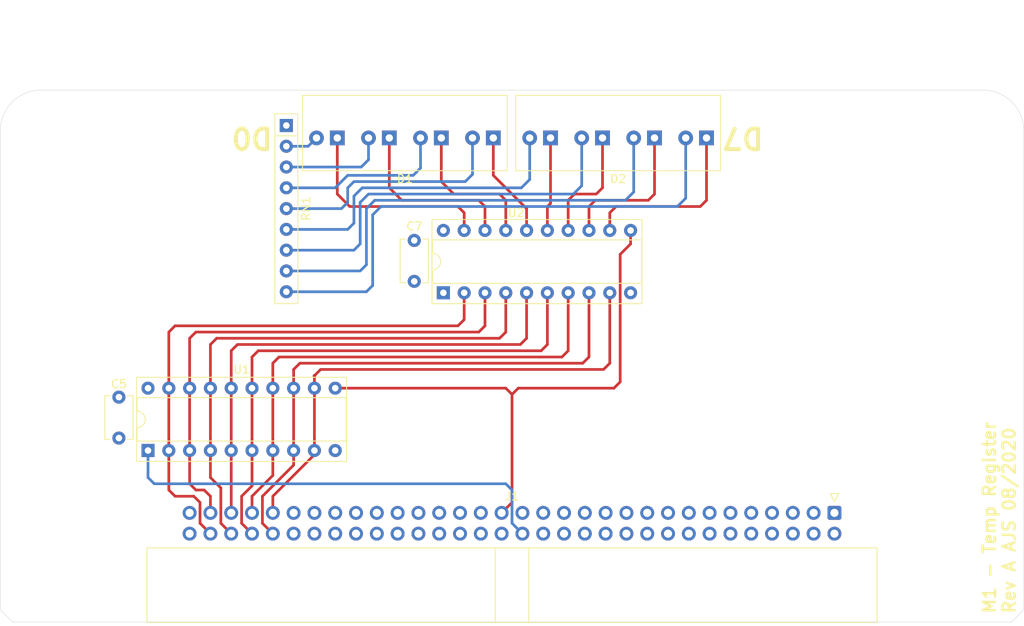
<source format=kicad_pcb>
(kicad_pcb (version 20171130) (host pcbnew 5.1.6-c6e7f7d~87~ubuntu18.04.1)
  (layers (0 F.Cu signal) (1 In1.Cu signal) (2 In2.Cu signal) (31 B.Cu signal) (36 B.SilkS user) (37 F.SilkS user) (38 B.Mask user) (39 F.Mask user) (44 Edge.Cuts user))
  (net 0 "")
  (net 1 +5V)
  (net 2 GND)
  (net 3 "Net-(D1-Pad1)")
  (net 4 "Net-(D1-Pad2)")
  (net 5 "Net-(D2-Pad1)")
  (net 6 "Net-(D2-Pad2)")
  (net 7 /A1)
  (net 8 /A3)
  (net 9 /A5)
  (net 10 /A7)
  (net 11 /A9)
  (net 12 /A11)
  (net 13 /A13)
  (net 14 /A15)
  (net 15 "Net-(J1-Pad35)")
  (net 16 /A2)
  (net 17 /A4)
  (net 18 /A6)
  (net 19 /A8)
  (net 20 /A10)
  (net 21 /A12)
  (net 22 /A14)
  (net 23 "Net-(J1-Pad30)")
  (net 24 "Net-(J1-Pad36)")
  (net 25 /A0)
  (net 26 "Net-(D1-Pad4)")
  (net 27 "Net-(D1-Pad3)")
  (net 28 "Net-(D1-Pad5)")
  (net 29 "Net-(D1-Pad6)")
  (net 30 "Net-(D1-Pad7)")
  (net 31 "Net-(D1-Pad8)")
  (net 32 "Net-(D2-Pad8)")
  (net 33 "Net-(D2-Pad7)")
  (net 34 "Net-(D2-Pad6)")
  (net 35 "Net-(D2-Pad5)")
  (net 36 "Net-(D2-Pad3)")
  (net 37 "Net-(D2-Pad4)")
  (net 38 "Net-(J1-Pad38)")
  (net 39 "Net-(J1-Pad40)")
  (net 40 "Net-(J1-Pad29)")
  (net 41 /nTMPOE)
  (net 42 "Net-(J1-Pad37)")
  (net 43 "Net-(J1-Pad43)")
  (net 44 "Net-(J1-Pad45)")
  (net 45 "Net-(J1-Pad47)")
  (net 46 "Net-(J1-Pad49)")
  (net 47 /D6)
  (net 48 /D4)
  (net 49 /D2)
  (net 50 /D0)
  (net 51 /TMPLD)
  (net 52 "Net-(J1-Pad44)")
  (net 53 "Net-(J1-Pad46)")
  (net 54 "Net-(J1-Pad48)")
  (net 55 "Net-(J1-Pad50)")
  (net 56 /D7)
  (net 57 /D5)
  (net 58 /D3)
  (net 59 /D1)
  (net 60 "Net-(J1-Pad31)")
  (net 61 "Net-(J1-Pad34)")
  (module Capacitor_THT:C_Disc_D5.1mm_W3.2mm_P5.00mm (layer F.Cu) (at 140.589 107.215 90)
    (fp_text reference C7 (at 6.731 0 180) (layer F.SilkS))
    (fp_text value 100n)
    (fp_line (start -0.17 -1.721) (end 5.17 -1.721) (layer F.SilkS) (width 0.12))
    (fp_line (start -0.17 1.721) (end 5.17 1.721) (layer F.SilkS) (width 0.12))
    (fp_line (start -0.17 -1.721) (end -0.17 -1.055) (layer F.SilkS) (width 0.12))
    (fp_line (start -0.17 1.055) (end -0.17 1.721) (layer F.SilkS) (width 0.12))
    (fp_line (start 5.17 -1.721) (end 5.17 -1.055) (layer F.SilkS) (width 0.12))
    (fp_line (start 5.17 1.055) (end 5.17 1.721) (layer F.SilkS) (width 0.12))
    (pad 2 thru_hole circle (at 5 0 90) (size 1.6 1.6) (drill 0.8) (layers *.Cu *.Mask) (net 1 +5V))
    (pad 1 thru_hole circle (at 0 0 90) (size 1.6 1.6) (drill 0.8) (layers *.Cu *.Mask) (net 2 GND))
  )
  (module Connector_IDC:IDC-Header_2x32_P2.54mm_Horizontal (layer F.Cu) (at 191.897 135.509 270)
    (fp_text reference J1 (at -2.032 39.37 180) (layer F.SilkS))
    (fp_text value "Socket Hdr 0.1\"")
    (fp_line (start -2.35 0.5) (end -1.35 0) (layer F.SilkS) (width 0.12))
    (fp_line (start -2.35 -0.5) (end -2.35 0.5) (layer F.SilkS) (width 0.12))
    (fp_line (start -1.35 0) (end -2.35 -0.5) (layer F.SilkS) (width 0.12))
    (fp_line (start 4.27 83.95) (end 4.27 -5.21) (layer F.SilkS) (width 0.12))
    (fp_line (start 13.39 83.95) (end 4.27 83.95) (layer F.SilkS) (width 0.12))
    (fp_line (start 13.39 -5.21) (end 13.39 83.95) (layer F.SilkS) (width 0.12))
    (fp_line (start 4.27 -5.21) (end 13.39 -5.21) (layer F.SilkS) (width 0.12))
    (fp_line (start 4.27 41.42) (end 13.39 41.42) (layer F.SilkS) (width 0.12))
    (fp_line (start 4.27 37.32) (end 13.39 37.32) (layer F.SilkS) (width 0.12))
    (pad 1 thru_hole roundrect (at 0 0 270) (size 1.7 1.7) (drill 1) (layers *.Cu *.Mask) (roundrect_rratio 0.147059) (net 2 GND))
    (pad 3 thru_hole circle (at 0 2.54 270) (size 1.7 1.7) (drill 1) (layers *.Cu *.Mask) (net 25 /A0))
    (pad 5 thru_hole circle (at 0 5.08 270) (size 1.7 1.7) (drill 1) (layers *.Cu *.Mask) (net 16 /A2))
    (pad 7 thru_hole circle (at 0 7.62 270) (size 1.7 1.7) (drill 1) (layers *.Cu *.Mask) (net 17 /A4))
    (pad 9 thru_hole circle (at 0 10.16 270) (size 1.7 1.7) (drill 1) (layers *.Cu *.Mask) (net 18 /A6))
    (pad 11 thru_hole circle (at 0 12.7 270) (size 1.7 1.7) (drill 1) (layers *.Cu *.Mask) (net 2 GND))
    (pad 13 thru_hole circle (at 0 15.24 270) (size 1.7 1.7) (drill 1) (layers *.Cu *.Mask) (net 2 GND))
    (pad 15 thru_hole circle (at 0 17.78 270) (size 1.7 1.7) (drill 1) (layers *.Cu *.Mask) (net 19 /A8))
    (pad 17 thru_hole circle (at 0 20.32 270) (size 1.7 1.7) (drill 1) (layers *.Cu *.Mask) (net 20 /A10))
    (pad 19 thru_hole circle (at 0 22.86 270) (size 1.7 1.7) (drill 1) (layers *.Cu *.Mask) (net 21 /A12))
    (pad 21 thru_hole circle (at 0 25.4 270) (size 1.7 1.7) (drill 1) (layers *.Cu *.Mask) (net 22 /A14))
    (pad 23 thru_hole circle (at 0 27.94 270) (size 1.7 1.7) (drill 1) (layers *.Cu *.Mask) (net 2 GND))
    (pad 25 thru_hole circle (at 0 30.48 270) (size 1.7 1.7) (drill 1) (layers *.Cu *.Mask) (net 1 +5V))
    (pad 27 thru_hole circle (at 0 33.02 270) (size 1.7 1.7) (drill 1) (layers *.Cu *.Mask) (net 2 GND))
    (pad 29 thru_hole circle (at 0 35.56 270) (size 1.7 1.7) (drill 1) (layers *.Cu *.Mask) (net 40 "Net-(J1-Pad29)"))
    (pad 31 thru_hole circle (at 0 38.1 270) (size 1.7 1.7) (drill 1) (layers *.Cu *.Mask) (net 60 "Net-(J1-Pad31)"))
    (pad 33 thru_hole circle (at 0 40.64 270) (size 1.7 1.7) (drill 1) (layers *.Cu *.Mask) (net 51 /TMPLD))
    (pad 35 thru_hole circle (at 0 43.18 270) (size 1.7 1.7) (drill 1) (layers *.Cu *.Mask) (net 15 "Net-(J1-Pad35)"))
    (pad 37 thru_hole circle (at 0 45.72 270) (size 1.7 1.7) (drill 1) (layers *.Cu *.Mask) (net 42 "Net-(J1-Pad37)"))
    (pad 39 thru_hole circle (at 0 48.26 270) (size 1.7 1.7) (drill 1) (layers *.Cu *.Mask) (net 2 GND))
    (pad 41 thru_hole circle (at 0 50.8 270) (size 1.7 1.7) (drill 1) (layers *.Cu *.Mask) (net 2 GND))
    (pad 43 thru_hole circle (at 0 53.34 270) (size 1.7 1.7) (drill 1) (layers *.Cu *.Mask) (net 43 "Net-(J1-Pad43)"))
    (pad 45 thru_hole circle (at 0 55.88 270) (size 1.7 1.7) (drill 1) (layers *.Cu *.Mask) (net 44 "Net-(J1-Pad45)"))
    (pad 47 thru_hole circle (at 0 58.42 270) (size 1.7 1.7) (drill 1) (layers *.Cu *.Mask) (net 45 "Net-(J1-Pad47)"))
    (pad 49 thru_hole circle (at 0 60.96 270) (size 1.7 1.7) (drill 1) (layers *.Cu *.Mask) (net 46 "Net-(J1-Pad49)"))
    (pad 51 thru_hole circle (at 0 63.5 270) (size 1.7 1.7) (drill 1) (layers *.Cu *.Mask) (net 2 GND))
    (pad 53 thru_hole circle (at 0 66.04 270) (size 1.7 1.7) (drill 1) (layers *.Cu *.Mask) (net 2 GND))
    (pad 55 thru_hole circle (at 0 68.58 270) (size 1.7 1.7) (drill 1) (layers *.Cu *.Mask) (net 56 /D7))
    (pad 57 thru_hole circle (at 0 71.12 270) (size 1.7 1.7) (drill 1) (layers *.Cu *.Mask) (net 57 /D5))
    (pad 59 thru_hole circle (at 0 73.66 270) (size 1.7 1.7) (drill 1) (layers *.Cu *.Mask) (net 58 /D3))
    (pad 61 thru_hole circle (at 0 76.2 270) (size 1.7 1.7) (drill 1) (layers *.Cu *.Mask) (net 59 /D1))
    (pad 63 thru_hole circle (at 0 78.74 270) (size 1.7 1.7) (drill 1) (layers *.Cu *.Mask) (net 2 GND))
    (pad 2 thru_hole circle (at 2.54 0 270) (size 1.7 1.7) (drill 1) (layers *.Cu *.Mask) (net 2 GND))
    (pad 4 thru_hole circle (at 2.54 2.54 270) (size 1.7 1.7) (drill 1) (layers *.Cu *.Mask) (net 7 /A1))
    (pad 6 thru_hole circle (at 2.54 5.08 270) (size 1.7 1.7) (drill 1) (layers *.Cu *.Mask) (net 8 /A3))
    (pad 8 thru_hole circle (at 2.54 7.62 270) (size 1.7 1.7) (drill 1) (layers *.Cu *.Mask) (net 9 /A5))
    (pad 10 thru_hole circle (at 2.54 10.16 270) (size 1.7 1.7) (drill 1) (layers *.Cu *.Mask) (net 10 /A7))
    (pad 12 thru_hole circle (at 2.54 12.7 270) (size 1.7 1.7) (drill 1) (layers *.Cu *.Mask) (net 2 GND))
    (pad 14 thru_hole circle (at 2.54 15.24 270) (size 1.7 1.7) (drill 1) (layers *.Cu *.Mask) (net 2 GND))
    (pad 16 thru_hole circle (at 2.54 17.78 270) (size 1.7 1.7) (drill 1) (layers *.Cu *.Mask) (net 11 /A9))
    (pad 18 thru_hole circle (at 2.54 20.32 270) (size 1.7 1.7) (drill 1) (layers *.Cu *.Mask) (net 12 /A11))
    (pad 20 thru_hole circle (at 2.54 22.86 270) (size 1.7 1.7) (drill 1) (layers *.Cu *.Mask) (net 13 /A13))
    (pad 22 thru_hole circle (at 2.54 25.4 270) (size 1.7 1.7) (drill 1) (layers *.Cu *.Mask) (net 14 /A15))
    (pad 24 thru_hole circle (at 2.54 27.94 270) (size 1.7 1.7) (drill 1) (layers *.Cu *.Mask) (net 2 GND))
    (pad 26 thru_hole circle (at 2.54 30.48 270) (size 1.7 1.7) (drill 1) (layers *.Cu *.Mask) (net 1 +5V))
    (pad 28 thru_hole circle (at 2.54 33.02 270) (size 1.7 1.7) (drill 1) (layers *.Cu *.Mask) (net 2 GND))
    (pad 30 thru_hole circle (at 2.54 35.56 270) (size 1.7 1.7) (drill 1) (layers *.Cu *.Mask) (net 23 "Net-(J1-Pad30)"))
    (pad 32 thru_hole circle (at 2.54 38.1 270) (size 1.7 1.7) (drill 1) (layers *.Cu *.Mask) (net 41 /nTMPOE))
    (pad 34 thru_hole circle (at 2.54 40.64 270) (size 1.7 1.7) (drill 1) (layers *.Cu *.Mask) (net 61 "Net-(J1-Pad34)"))
    (pad 36 thru_hole circle (at 2.54 43.18 270) (size 1.7 1.7) (drill 1) (layers *.Cu *.Mask) (net 24 "Net-(J1-Pad36)"))
    (pad 38 thru_hole circle (at 2.54 45.72 270) (size 1.7 1.7) (drill 1) (layers *.Cu *.Mask) (net 38 "Net-(J1-Pad38)"))
    (pad 40 thru_hole circle (at 2.54 48.26 270) (size 1.7 1.7) (drill 1) (layers *.Cu *.Mask) (net 39 "Net-(J1-Pad40)"))
    (pad 42 thru_hole circle (at 2.54 50.8 270) (size 1.7 1.7) (drill 1) (layers *.Cu *.Mask) (net 2 GND))
    (pad 44 thru_hole circle (at 2.54 53.34 270) (size 1.7 1.7) (drill 1) (layers *.Cu *.Mask) (net 52 "Net-(J1-Pad44)"))
    (pad 46 thru_hole circle (at 2.54 55.88 270) (size 1.7 1.7) (drill 1) (layers *.Cu *.Mask) (net 53 "Net-(J1-Pad46)"))
    (pad 48 thru_hole circle (at 2.54 58.42 270) (size 1.7 1.7) (drill 1) (layers *.Cu *.Mask) (net 54 "Net-(J1-Pad48)"))
    (pad 50 thru_hole circle (at 2.54 60.96 270) (size 1.7 1.7) (drill 1) (layers *.Cu *.Mask) (net 55 "Net-(J1-Pad50)"))
    (pad 52 thru_hole circle (at 2.54 63.5 270) (size 1.7 1.7) (drill 1) (layers *.Cu *.Mask) (net 2 GND))
    (pad 54 thru_hole circle (at 2.54 66.04 270) (size 1.7 1.7) (drill 1) (layers *.Cu *.Mask) (net 2 GND))
    (pad 56 thru_hole circle (at 2.54 68.58 270) (size 1.7 1.7) (drill 1) (layers *.Cu *.Mask) (net 47 /D6))
    (pad 58 thru_hole circle (at 2.54 71.12 270) (size 1.7 1.7) (drill 1) (layers *.Cu *.Mask) (net 48 /D4))
    (pad 60 thru_hole circle (at 2.54 73.66 270) (size 1.7 1.7) (drill 1) (layers *.Cu *.Mask) (net 49 /D2))
    (pad 62 thru_hole circle (at 2.54 76.2 270) (size 1.7 1.7) (drill 1) (layers *.Cu *.Mask) (net 50 /D0))
    (pad 64 thru_hole circle (at 2.54 78.74 270) (size 1.7 1.7) (drill 1) (layers *.Cu *.Mask) (net 2 GND))
  )
  (module Resistor_THT:R_Array_SIP9 (layer F.Cu) (at 124.968 88.165 270)
    (fp_text reference RN1 (at 10.16 -2.4 90) (layer F.SilkS))
    (fp_text value 470)
    (fp_line (start 1.27 -1.4) (end 1.27 1.4) (layer F.SilkS) (width 0.12))
    (fp_line (start 21.76 -1.4) (end -1.44 -1.4) (layer F.SilkS) (width 0.12))
    (fp_line (start 21.76 1.4) (end 21.76 -1.4) (layer F.SilkS) (width 0.12))
    (fp_line (start -1.44 1.4) (end 21.76 1.4) (layer F.SilkS) (width 0.12))
    (fp_line (start -1.44 -1.4) (end -1.44 1.4) (layer F.SilkS) (width 0.12))
    (pad 1 thru_hole rect (at 0 0 270) (size 1.6 1.6) (drill 0.8) (layers *.Cu *.Mask) (net 2 GND))
    (pad 2 thru_hole oval (at 2.54 0 270) (size 1.6 1.6) (drill 0.8) (layers *.Cu *.Mask) (net 31 "Net-(D1-Pad8)"))
    (pad 3 thru_hole oval (at 5.08 0 270) (size 1.6 1.6) (drill 0.8) (layers *.Cu *.Mask) (net 29 "Net-(D1-Pad6)"))
    (pad 4 thru_hole oval (at 7.62 0 270) (size 1.6 1.6) (drill 0.8) (layers *.Cu *.Mask) (net 26 "Net-(D1-Pad4)"))
    (pad 5 thru_hole oval (at 10.16 0 270) (size 1.6 1.6) (drill 0.8) (layers *.Cu *.Mask) (net 4 "Net-(D1-Pad2)"))
    (pad 6 thru_hole oval (at 12.7 0 270) (size 1.6 1.6) (drill 0.8) (layers *.Cu *.Mask) (net 32 "Net-(D2-Pad8)"))
    (pad 7 thru_hole oval (at 15.24 0 270) (size 1.6 1.6) (drill 0.8) (layers *.Cu *.Mask) (net 34 "Net-(D2-Pad6)"))
    (pad 8 thru_hole oval (at 17.78 0 270) (size 1.6 1.6) (drill 0.8) (layers *.Cu *.Mask) (net 37 "Net-(D2-Pad4)"))
    (pad 9 thru_hole oval (at 20.32 0 270) (size 1.6 1.6) (drill 0.8) (layers *.Cu *.Mask) (net 6 "Net-(D2-Pad2)"))
  )
  (module MSeries:5502407004F (layer F.Cu) (at 139.446 93.245)
    (fp_text reference D1 (at 0 1.444) (layer F.SilkS))
    (fp_text value 5502407004F)
    (fp_line (start -12.5 -8.756) (end -12.5 0.444) (layer F.SilkS) (width 0.12))
    (fp_line (start -12.5 0.444) (end 12.5 0.444) (layer F.SilkS) (width 0.12))
    (fp_line (start 12.5 0.444) (end 12.5 -8.756) (layer F.SilkS) (width 0.12))
    (fp_line (start 12.5 -8.756) (end -12.5 -8.756) (layer F.SilkS) (width 0.12))
    (pad 4 thru_hole circle (at 1.905 -3.556 180) (size 1.8 1.8) (drill 0.9) (layers *.Cu *.Mask) (net 26 "Net-(D1-Pad4)"))
    (pad 3 thru_hole rect (at 4.445 -3.556 180) (size 1.8 1.8) (drill 0.9) (layers *.Cu *.Mask) (net 27 "Net-(D1-Pad3)"))
    (pad 5 thru_hole rect (at -1.905 -3.556 180) (size 1.8 1.8) (drill 0.9) (layers *.Cu *.Mask) (net 28 "Net-(D1-Pad5)"))
    (pad 6 thru_hole circle (at -4.445 -3.556 180) (size 1.8 1.8) (drill 0.9) (layers *.Cu *.Mask) (net 29 "Net-(D1-Pad6)"))
    (pad 1 thru_hole rect (at 10.795 -3.556 180) (size 1.8 1.8) (drill 0.9) (layers *.Cu *.Mask) (net 3 "Net-(D1-Pad1)"))
    (pad 2 thru_hole circle (at 8.255 -3.556 180) (size 1.8 1.8) (drill 0.9) (layers *.Cu *.Mask) (net 4 "Net-(D1-Pad2)"))
    (pad 7 thru_hole rect (at -8.255 -3.556 180) (size 1.8 1.8) (drill 0.9) (layers *.Cu *.Mask) (net 30 "Net-(D1-Pad7)"))
    (pad 8 thru_hole circle (at -10.795 -3.556 180) (size 1.8 1.8) (drill 0.9) (layers *.Cu *.Mask) (net 31 "Net-(D1-Pad8)"))
  )
  (module MSeries:5502407004F (layer F.Cu) (at 165.481 93.245)
    (fp_text reference D2 (at 0 1.444) (layer F.SilkS))
    (fp_text value 5502407004F)
    (fp_line (start 12.5 -8.756) (end -12.5 -8.756) (layer F.SilkS) (width 0.12))
    (fp_line (start 12.5 0.444) (end 12.5 -8.756) (layer F.SilkS) (width 0.12))
    (fp_line (start -12.5 0.444) (end 12.5 0.444) (layer F.SilkS) (width 0.12))
    (fp_line (start -12.5 -8.756) (end -12.5 0.444) (layer F.SilkS) (width 0.12))
    (pad 8 thru_hole circle (at -10.795 -3.556 180) (size 1.8 1.8) (drill 0.9) (layers *.Cu *.Mask) (net 32 "Net-(D2-Pad8)"))
    (pad 7 thru_hole rect (at -8.255 -3.556 180) (size 1.8 1.8) (drill 0.9) (layers *.Cu *.Mask) (net 33 "Net-(D2-Pad7)"))
    (pad 2 thru_hole circle (at 8.255 -3.556 180) (size 1.8 1.8) (drill 0.9) (layers *.Cu *.Mask) (net 6 "Net-(D2-Pad2)"))
    (pad 1 thru_hole rect (at 10.795 -3.556 180) (size 1.8 1.8) (drill 0.9) (layers *.Cu *.Mask) (net 5 "Net-(D2-Pad1)"))
    (pad 6 thru_hole circle (at -4.445 -3.556 180) (size 1.8 1.8) (drill 0.9) (layers *.Cu *.Mask) (net 34 "Net-(D2-Pad6)"))
    (pad 5 thru_hole rect (at -1.905 -3.556 180) (size 1.8 1.8) (drill 0.9) (layers *.Cu *.Mask) (net 35 "Net-(D2-Pad5)"))
    (pad 3 thru_hole rect (at 4.445 -3.556 180) (size 1.8 1.8) (drill 0.9) (layers *.Cu *.Mask) (net 36 "Net-(D2-Pad3)"))
    (pad 4 thru_hole circle (at 1.905 -3.556 180) (size 1.8 1.8) (drill 0.9) (layers *.Cu *.Mask) (net 37 "Net-(D2-Pad4)"))
  )
  (module Capacitor_THT:C_Disc_D5.1mm_W3.2mm_P5.00mm (layer F.Cu) (at 104.521 126.365 90)
    (fp_text reference C5 (at 6.604 0 180) (layer F.SilkS))
    (fp_text value 100n)
    (fp_line (start -0.17 -1.721) (end 5.17 -1.721) (layer F.SilkS) (width 0.12))
    (fp_line (start -0.17 1.721) (end 5.17 1.721) (layer F.SilkS) (width 0.12))
    (fp_line (start -0.17 -1.721) (end -0.17 -1.055) (layer F.SilkS) (width 0.12))
    (fp_line (start -0.17 1.055) (end -0.17 1.721) (layer F.SilkS) (width 0.12))
    (fp_line (start 5.17 -1.721) (end 5.17 -1.055) (layer F.SilkS) (width 0.12))
    (fp_line (start 5.17 1.055) (end 5.17 1.721) (layer F.SilkS) (width 0.12))
    (pad 1 thru_hole circle (at 0 0 90) (size 1.6 1.6) (drill 0.8) (layers *.Cu *.Mask) (net 2 GND))
    (pad 2 thru_hole circle (at 5 0 90) (size 1.6 1.6) (drill 0.8) (layers *.Cu *.Mask) (net 1 +5V))
  )
  (module Package_DIP:DIP-20_W7.62mm_Socket (layer F.Cu) (at 108.077 127.889 90)
    (fp_text reference U1 (at 9.906 11.43 180) (layer F.SilkS))
    (fp_text value 74HC574)
    (fp_line (start 2.81 -1.33) (end 1.16 -1.33) (layer F.SilkS) (width 0.12))
    (fp_line (start 1.16 -1.33) (end 1.16 24.19) (layer F.SilkS) (width 0.12))
    (fp_line (start 1.16 24.19) (end 6.46 24.19) (layer F.SilkS) (width 0.12))
    (fp_line (start 6.46 24.19) (end 6.46 -1.33) (layer F.SilkS) (width 0.12))
    (fp_line (start 6.46 -1.33) (end 4.81 -1.33) (layer F.SilkS) (width 0.12))
    (fp_line (start -1.33 -1.39) (end -1.33 24.25) (layer F.SilkS) (width 0.12))
    (fp_line (start -1.33 24.25) (end 8.95 24.25) (layer F.SilkS) (width 0.12))
    (fp_line (start 8.95 24.25) (end 8.95 -1.39) (layer F.SilkS) (width 0.12))
    (fp_line (start 8.95 -1.39) (end -1.33 -1.39) (layer F.SilkS) (width 0.12))
    (fp_arc (start 3.81 -1.33) (end 2.81 -1.33) (angle -180) (layer F.SilkS) (width 0.12))
    (pad 1 thru_hole rect (at 0 0 90) (size 1.6 1.6) (drill 0.8) (layers *.Cu *.Mask) (net 41 /nTMPOE))
    (pad 11 thru_hole oval (at 7.62 22.86 90) (size 1.6 1.6) (drill 0.8) (layers *.Cu *.Mask) (net 51 /TMPLD))
    (pad 2 thru_hole oval (at 0 2.54 90) (size 1.6 1.6) (drill 0.8) (layers *.Cu *.Mask) (net 50 /D0))
    (pad 12 thru_hole oval (at 7.62 20.32 90) (size 1.6 1.6) (drill 0.8) (layers *.Cu *.Mask) (net 56 /D7))
    (pad 3 thru_hole oval (at 0 5.08 90) (size 1.6 1.6) (drill 0.8) (layers *.Cu *.Mask) (net 59 /D1))
    (pad 13 thru_hole oval (at 7.62 17.78 90) (size 1.6 1.6) (drill 0.8) (layers *.Cu *.Mask) (net 47 /D6))
    (pad 4 thru_hole oval (at 0 7.62 90) (size 1.6 1.6) (drill 0.8) (layers *.Cu *.Mask) (net 49 /D2))
    (pad 14 thru_hole oval (at 7.62 15.24 90) (size 1.6 1.6) (drill 0.8) (layers *.Cu *.Mask) (net 57 /D5))
    (pad 5 thru_hole oval (at 0 10.16 90) (size 1.6 1.6) (drill 0.8) (layers *.Cu *.Mask) (net 58 /D3))
    (pad 15 thru_hole oval (at 7.62 12.7 90) (size 1.6 1.6) (drill 0.8) (layers *.Cu *.Mask) (net 48 /D4))
    (pad 6 thru_hole oval (at 0 12.7 90) (size 1.6 1.6) (drill 0.8) (layers *.Cu *.Mask) (net 48 /D4))
    (pad 16 thru_hole oval (at 7.62 10.16 90) (size 1.6 1.6) (drill 0.8) (layers *.Cu *.Mask) (net 58 /D3))
    (pad 7 thru_hole oval (at 0 15.24 90) (size 1.6 1.6) (drill 0.8) (layers *.Cu *.Mask) (net 57 /D5))
    (pad 17 thru_hole oval (at 7.62 7.62 90) (size 1.6 1.6) (drill 0.8) (layers *.Cu *.Mask) (net 49 /D2))
    (pad 8 thru_hole oval (at 0 17.78 90) (size 1.6 1.6) (drill 0.8) (layers *.Cu *.Mask) (net 47 /D6))
    (pad 18 thru_hole oval (at 7.62 5.08 90) (size 1.6 1.6) (drill 0.8) (layers *.Cu *.Mask) (net 59 /D1))
    (pad 9 thru_hole oval (at 0 20.32 90) (size 1.6 1.6) (drill 0.8) (layers *.Cu *.Mask) (net 56 /D7))
    (pad 19 thru_hole oval (at 7.62 2.54 90) (size 1.6 1.6) (drill 0.8) (layers *.Cu *.Mask) (net 50 /D0))
    (pad 10 thru_hole oval (at 0 22.86 90) (size 1.6 1.6) (drill 0.8) (layers *.Cu *.Mask) (net 2 GND))
    (pad 20 thru_hole oval (at 7.62 0 90) (size 1.6 1.6) (drill 0.8) (layers *.Cu *.Mask) (net 1 +5V))
  )
  (module Package_DIP:DIP-20_W7.62mm_Socket (layer F.Cu) (at 144.145 108.612 90)
    (fp_text reference U2 (at 9.779 8.89 180) (layer F.SilkS))
    (fp_text value 74HC574)
    (fp_line (start 8.95 -1.39) (end -1.33 -1.39) (layer F.SilkS) (width 0.12))
    (fp_line (start 8.95 24.25) (end 8.95 -1.39) (layer F.SilkS) (width 0.12))
    (fp_line (start -1.33 24.25) (end 8.95 24.25) (layer F.SilkS) (width 0.12))
    (fp_line (start -1.33 -1.39) (end -1.33 24.25) (layer F.SilkS) (width 0.12))
    (fp_line (start 6.46 -1.33) (end 4.81 -1.33) (layer F.SilkS) (width 0.12))
    (fp_line (start 6.46 24.19) (end 6.46 -1.33) (layer F.SilkS) (width 0.12))
    (fp_line (start 1.16 24.19) (end 6.46 24.19) (layer F.SilkS) (width 0.12))
    (fp_line (start 1.16 -1.33) (end 1.16 24.19) (layer F.SilkS) (width 0.12))
    (fp_line (start 2.81 -1.33) (end 1.16 -1.33) (layer F.SilkS) (width 0.12))
    (fp_arc (start 3.81 -1.33) (end 2.81 -1.33) (angle -180) (layer F.SilkS) (width 0.12))
    (pad 20 thru_hole oval (at 7.62 0 90) (size 1.6 1.6) (drill 0.8) (layers *.Cu *.Mask) (net 1 +5V))
    (pad 10 thru_hole oval (at 0 22.86 90) (size 1.6 1.6) (drill 0.8) (layers *.Cu *.Mask) (net 2 GND))
    (pad 19 thru_hole oval (at 7.62 2.54 90) (size 1.6 1.6) (drill 0.8) (layers *.Cu *.Mask) (net 30 "Net-(D1-Pad7)"))
    (pad 9 thru_hole oval (at 0 20.32 90) (size 1.6 1.6) (drill 0.8) (layers *.Cu *.Mask) (net 56 /D7))
    (pad 18 thru_hole oval (at 7.62 5.08 90) (size 1.6 1.6) (drill 0.8) (layers *.Cu *.Mask) (net 28 "Net-(D1-Pad5)"))
    (pad 8 thru_hole oval (at 0 17.78 90) (size 1.6 1.6) (drill 0.8) (layers *.Cu *.Mask) (net 47 /D6))
    (pad 17 thru_hole oval (at 7.62 7.62 90) (size 1.6 1.6) (drill 0.8) (layers *.Cu *.Mask) (net 27 "Net-(D1-Pad3)"))
    (pad 7 thru_hole oval (at 0 15.24 90) (size 1.6 1.6) (drill 0.8) (layers *.Cu *.Mask) (net 57 /D5))
    (pad 16 thru_hole oval (at 7.62 10.16 90) (size 1.6 1.6) (drill 0.8) (layers *.Cu *.Mask) (net 3 "Net-(D1-Pad1)"))
    (pad 6 thru_hole oval (at 0 12.7 90) (size 1.6 1.6) (drill 0.8) (layers *.Cu *.Mask) (net 48 /D4))
    (pad 15 thru_hole oval (at 7.62 12.7 90) (size 1.6 1.6) (drill 0.8) (layers *.Cu *.Mask) (net 33 "Net-(D2-Pad7)"))
    (pad 5 thru_hole oval (at 0 10.16 90) (size 1.6 1.6) (drill 0.8) (layers *.Cu *.Mask) (net 58 /D3))
    (pad 14 thru_hole oval (at 7.62 15.24 90) (size 1.6 1.6) (drill 0.8) (layers *.Cu *.Mask) (net 35 "Net-(D2-Pad5)"))
    (pad 4 thru_hole oval (at 0 7.62 90) (size 1.6 1.6) (drill 0.8) (layers *.Cu *.Mask) (net 49 /D2))
    (pad 13 thru_hole oval (at 7.62 17.78 90) (size 1.6 1.6) (drill 0.8) (layers *.Cu *.Mask) (net 36 "Net-(D2-Pad3)"))
    (pad 3 thru_hole oval (at 0 5.08 90) (size 1.6 1.6) (drill 0.8) (layers *.Cu *.Mask) (net 59 /D1))
    (pad 12 thru_hole oval (at 7.62 20.32 90) (size 1.6 1.6) (drill 0.8) (layers *.Cu *.Mask) (net 5 "Net-(D2-Pad1)"))
    (pad 2 thru_hole oval (at 0 2.54 90) (size 1.6 1.6) (drill 0.8) (layers *.Cu *.Mask) (net 50 /D0))
    (pad 11 thru_hole oval (at 7.62 22.86 90) (size 1.6 1.6) (drill 0.8) (layers *.Cu *.Mask) (net 51 /TMPLD))
    (pad 1 thru_hole rect (at 0 0 90) (size 1.6 1.6) (drill 0.8) (layers *.Cu *.Mask) (net 2 GND))
  )
  (gr_line (start 90.027 88.844) (end 90.027 147.344) (layer Edge.Cuts) (width 0.05))
  (gr_line (start 215.027 88.844) (end 215.027 147.344) (layer Edge.Cuts) (width 0.05))
  (gr_line (start 215.027 147.344) (end 213.527 148.844) (layer Edge.Cuts) (width 0.05))
  (gr_line (start 213.527 148.844) (end 91.527 148.844) (layer Edge.Cuts) (width 0.05))
  (gr_line (start 210.027 83.844) (end 95.027 83.844) (layer Edge.Cuts) (width 0.05))
  (gr_line (start 90.027 147.344) (end 91.527 148.844) (layer Edge.Cuts) (width 0.05))
  (gr_text "M1 - Temp Register\nRev A AJS 08/2020" (at 212.027 147.955 90) (layer F.SilkS) (effects (font (size 1.5 1.5) (thickness 0.3)) (justify left)))
  (gr_text D0 (at 120.777 89.689 180) (layer F.SilkS) (effects (font (size 2.5 2.5) (thickness 0.5))))
  (gr_text D7 (at 180.721 89.689 180) (layer F.SilkS) (effects (font (size 2.5 2.5) (thickness 0.5))))
  (gr_arc (start 95.027 88.844) (end 95.027 83.844) (angle -90) (layer Edge.Cuts) (width 0.05))
  (gr_arc (start 210.027 88.844) (end 215.027 88.844) (angle -90) (layer Edge.Cuts) (width 0.05))
  (segment (start 154.305 98.325) (end 154.305 100.865) (width 0.3302) (layer F.Cu) (net 3))
  (segment (start 150.876 94.896) (end 154.305 98.325) (width 0.3302) (layer F.Cu) (net 3))
  (segment (start 150.241 94.261) (end 150.876 94.896) (width 0.3302) (layer F.Cu) (net 3))
  (segment (start 150.241 89.689) (end 150.241 94.261) (width 0.3302) (layer F.Cu) (net 3))
  (segment (start 133.223 95.023) (end 132.461 95.785) (width 0.3302) (layer B.Cu) (net 4))
  (segment (start 147.701 89.689) (end 147.701 94.134) (width 0.3302) (layer B.Cu) (net 4))
  (segment (start 147.701 94.134) (end 146.812 95.023) (width 0.3302) (layer B.Cu) (net 4))
  (segment (start 146.812 95.023) (end 133.223 95.023) (width 0.3302) (layer B.Cu) (net 4))
  (segment (start 124.968 98.325) (end 131.699 98.325) (width 0.3302) (layer B.Cu) (net 4))
  (segment (start 132.461 95.785) (end 132.461 97.563) (width 0.3302) (layer B.Cu) (net 4))
  (segment (start 131.699 98.325) (end 132.461 97.563) (width 0.3302) (layer B.Cu) (net 4))
  (segment (start 165.227 98.071) (end 164.465 98.833) (width 0.3302) (layer F.Cu) (net 5))
  (segment (start 164.465 98.833) (end 164.465 100.865) (width 0.3302) (layer F.Cu) (net 5))
  (segment (start 176.276 97.309) (end 175.514 98.071) (width 0.3302) (layer F.Cu) (net 5))
  (segment (start 176.276 89.689) (end 176.276 97.309) (width 0.3302) (layer F.Cu) (net 5))
  (segment (start 175.514 98.071) (end 165.227 98.071) (width 0.3302) (layer F.Cu) (net 5))
  (segment (start 136.525 98.071) (end 135.509 99.087) (width 0.3302) (layer B.Cu) (net 6))
  (segment (start 173.736 97.055) (end 172.72 98.071) (width 0.3302) (layer B.Cu) (net 6))
  (segment (start 173.736 89.689) (end 173.736 97.055) (width 0.3302) (layer B.Cu) (net 6))
  (segment (start 172.72 98.071) (end 136.525 98.071) (width 0.3302) (layer B.Cu) (net 6))
  (segment (start 124.968 108.485) (end 134.747 108.485) (width 0.3302) (layer B.Cu) (net 6))
  (segment (start 134.747 108.485) (end 135.509 107.723) (width 0.3302) (layer B.Cu) (net 6))
  (segment (start 135.509 99.087) (end 135.509 107.723) (width 0.3302) (layer B.Cu) (net 6))
  (segment (start 132.461 94.261) (end 131.699 95.023) (width 0.3302) (layer B.Cu) (net 26))
  (segment (start 130.937 95.785) (end 131.699 95.023) (width 0.3302) (layer B.Cu) (net 26))
  (segment (start 125.603 95.785) (end 130.937 95.785) (width 0.3302) (layer B.Cu) (net 26))
  (segment (start 141.351 93.372) (end 140.462 94.261) (width 0.3302) (layer B.Cu) (net 26))
  (segment (start 141.351 89.689) (end 141.351 93.372) (width 0.3302) (layer B.Cu) (net 26))
  (segment (start 140.462 94.261) (end 132.461 94.261) (width 0.3302) (layer B.Cu) (net 26))
  (segment (start 144.526 95.658) (end 145.415 96.547) (width 0.3302) (layer F.Cu) (net 27))
  (segment (start 145.415 96.547) (end 151.003 96.547) (width 0.3302) (layer F.Cu) (net 27))
  (segment (start 151.003 96.547) (end 151.765 97.309) (width 0.3302) (layer F.Cu) (net 27))
  (segment (start 151.765 97.309) (end 151.765 100.865) (width 0.3302) (layer F.Cu) (net 27))
  (segment (start 143.891 95.023) (end 144.526 95.658) (width 0.3302) (layer F.Cu) (net 27))
  (segment (start 143.891 89.689) (end 143.891 95.023) (width 0.3302) (layer F.Cu) (net 27))
  (segment (start 139.065 97.309) (end 148.463 97.309) (width 0.3302) (layer F.Cu) (net 28))
  (segment (start 148.463 97.309) (end 149.225 98.071) (width 0.3302) (layer F.Cu) (net 28))
  (segment (start 149.225 98.071) (end 149.225 100.865) (width 0.3302) (layer F.Cu) (net 28))
  (segment (start 138.176 96.42) (end 139.065 97.309) (width 0.3302) (layer F.Cu) (net 28))
  (segment (start 137.541 95.785) (end 138.176 96.42) (width 0.3302) (layer F.Cu) (net 28))
  (segment (start 137.541 89.689) (end 137.541 95.785) (width 0.3302) (layer F.Cu) (net 28))
  (segment (start 135.001 92.356) (end 134.112 93.245) (width 0.3302) (layer B.Cu) (net 29))
  (segment (start 135.001 89.689) (end 135.001 92.356) (width 0.3302) (layer B.Cu) (net 29))
  (segment (start 134.112 93.245) (end 125.603 93.245) (width 0.3302) (layer B.Cu) (net 29))
  (segment (start 132.715 98.071) (end 145.923 98.071) (width 0.3302) (layer F.Cu) (net 30))
  (segment (start 146.685 98.833) (end 146.685 100.865) (width 0.3302) (layer F.Cu) (net 30))
  (segment (start 145.923 98.071) (end 146.685 98.833) (width 0.3302) (layer F.Cu) (net 30))
  (segment (start 131.191 96.547) (end 132.715 98.071) (width 0.3302) (layer F.Cu) (net 30))
  (segment (start 131.191 89.689) (end 131.191 96.547) (width 0.3302) (layer F.Cu) (net 30))
  (segment (start 127.635 90.705) (end 128.651 89.689) (width 0.3302) (layer B.Cu) (net 31))
  (segment (start 124.968 90.705) (end 127.635 90.705) (width 0.3302) (layer B.Cu) (net 31))
  (segment (start 134.239 95.785) (end 133.223 96.801) (width 0.3302) (layer B.Cu) (net 32))
  (segment (start 154.686 94.769) (end 153.67 95.785) (width 0.3302) (layer B.Cu) (net 32))
  (segment (start 154.686 89.689) (end 154.686 94.769) (width 0.3302) (layer B.Cu) (net 32))
  (segment (start 153.67 95.785) (end 134.239 95.785) (width 0.3302) (layer B.Cu) (net 32))
  (segment (start 132.461 100.865) (end 133.223 100.103) (width 0.3302) (layer B.Cu) (net 32))
  (segment (start 124.968 100.865) (end 132.461 100.865) (width 0.3302) (layer B.Cu) (net 32))
  (segment (start 133.223 96.801) (end 133.223 100.103) (width 0.3302) (layer B.Cu) (net 32))
  (segment (start 156.845 98.071) (end 156.845 100.865) (width 0.3302) (layer F.Cu) (net 33))
  (segment (start 157.226 97.69) (end 157.1625 97.7535) (width 0.3302) (layer F.Cu) (net 33))
  (segment (start 157.226 89.689) (end 157.226 97.69) (width 0.3302) (layer F.Cu) (net 33))
  (segment (start 157.1625 97.7535) (end 156.845 98.071) (width 0.3302) (layer F.Cu) (net 33))
  (segment (start 135.001 96.547) (end 133.985 97.563) (width 0.3302) (layer B.Cu) (net 34))
  (segment (start 161.036 95.531) (end 160.02 96.547) (width 0.3302) (layer B.Cu) (net 34))
  (segment (start 161.036 89.689) (end 161.036 95.531) (width 0.3302) (layer B.Cu) (net 34))
  (segment (start 160.02 96.547) (end 135.001 96.547) (width 0.3302) (layer B.Cu) (net 34))
  (segment (start 133.223 103.405) (end 133.985 102.643) (width 0.3302) (layer B.Cu) (net 34))
  (segment (start 124.968 103.405) (end 133.223 103.405) (width 0.3302) (layer B.Cu) (net 34))
  (segment (start 133.985 97.563) (end 133.985 102.643) (width 0.3302) (layer B.Cu) (net 34))
  (segment (start 159.385 97.309) (end 159.385 100.865) (width 0.3302) (layer F.Cu) (net 35))
  (segment (start 160.147 96.547) (end 159.385 97.309) (width 0.3302) (layer F.Cu) (net 35))
  (segment (start 163.576 95.785) (end 162.814 96.547) (width 0.3302) (layer F.Cu) (net 35))
  (segment (start 163.576 89.689) (end 163.576 95.785) (width 0.3302) (layer F.Cu) (net 35))
  (segment (start 162.814 96.547) (end 160.147 96.547) (width 0.3302) (layer F.Cu) (net 35))
  (segment (start 162.687 97.309) (end 161.925 98.071) (width 0.3302) (layer F.Cu) (net 36))
  (segment (start 161.925 98.071) (end 161.925 100.865) (width 0.3302) (layer F.Cu) (net 36))
  (segment (start 169.926 96.547) (end 169.164 97.309) (width 0.3302) (layer F.Cu) (net 36))
  (segment (start 169.926 89.689) (end 169.926 96.547) (width 0.3302) (layer F.Cu) (net 36))
  (segment (start 169.164 97.309) (end 162.687 97.309) (width 0.3302) (layer F.Cu) (net 36))
  (segment (start 135.763 97.309) (end 134.747 98.325) (width 0.3302) (layer B.Cu) (net 37))
  (segment (start 167.386 96.293) (end 166.37 97.309) (width 0.3302) (layer B.Cu) (net 37))
  (segment (start 167.386 89.689) (end 167.386 96.293) (width 0.3302) (layer B.Cu) (net 37))
  (segment (start 166.37 97.309) (end 135.763 97.309) (width 0.3302) (layer B.Cu) (net 37))
  (segment (start 124.968 105.945) (end 133.985 105.945) (width 0.3302) (layer B.Cu) (net 37))
  (segment (start 134.747 98.325) (end 134.747 105.183) (width 0.3302) (layer B.Cu) (net 37))
  (segment (start 133.985 105.945) (end 134.747 105.183) (width 0.3302) (layer B.Cu) (net 37))
  (segment (start 108.077 127.889) (end 108.077 131.191) (width 0.3302) (layer B.Cu) (net 41))
  (segment (start 108.077 131.191) (end 108.839 131.953) (width 0.3302) (layer B.Cu) (net 41))
  (segment (start 108.839 131.953) (end 151.765 131.953) (width 0.3302) (layer B.Cu) (net 41))
  (segment (start 151.765 131.953) (end 152.527 132.715) (width 0.3302) (layer B.Cu) (net 41))
  (segment (start 152.527 132.715) (end 152.527 136.779) (width 0.3302) (layer B.Cu) (net 41))
  (segment (start 152.527 136.779) (end 153.797 138.049) (width 0.3302) (layer B.Cu) (net 41))
  (segment (start 125.857 120.269) (end 125.857 127.889) (width 0.3302) (layer F.Cu) (net 47))
  (segment (start 161.925 116.459) (end 161.925 108.612) (width 0.3302) (layer F.Cu) (net 47))
  (segment (start 161.163 117.221) (end 161.925 116.459) (width 0.3302) (layer F.Cu) (net 47))
  (segment (start 126.619 117.221) (end 161.163 117.221) (width 0.3302) (layer F.Cu) (net 47))
  (segment (start 125.857 117.983) (end 126.619 117.221) (width 0.3302) (layer F.Cu) (net 47))
  (segment (start 125.857 120.269) (end 125.857 117.983) (width 0.3302) (layer F.Cu) (net 47))
  (segment (start 125.857 129.667) (end 122.047 133.477) (width 0.3302) (layer F.Cu) (net 47))
  (segment (start 125.857 129.667) (end 125.857 127.889) (width 0.3302) (layer F.Cu) (net 47))
  (segment (start 122.047 133.477) (end 122.047 136.779) (width 0.3302) (layer F.Cu) (net 47))
  (segment (start 122.047 136.779) (end 123.317 138.049) (width 0.3302) (layer F.Cu) (net 47))
  (segment (start 120.777 120.269) (end 120.777 127.889) (width 0.3302) (layer F.Cu) (net 48))
  (segment (start 156.845 114.935) (end 156.845 108.612) (width 0.3302) (layer F.Cu) (net 48))
  (segment (start 156.083 115.697) (end 156.845 114.935) (width 0.3302) (layer F.Cu) (net 48))
  (segment (start 121.539 115.697) (end 156.083 115.697) (width 0.3302) (layer F.Cu) (net 48))
  (segment (start 120.777 116.459) (end 121.539 115.697) (width 0.3302) (layer F.Cu) (net 48))
  (segment (start 120.777 120.269) (end 120.777 116.459) (width 0.3302) (layer F.Cu) (net 48))
  (segment (start 120.777 127.889) (end 120.777 132.207) (width 0.3302) (layer F.Cu) (net 48))
  (segment (start 120.777 132.207) (end 119.507 133.477) (width 0.3302) (layer F.Cu) (net 48))
  (segment (start 119.507 136.779) (end 120.777 138.049) (width 0.3302) (layer F.Cu) (net 48))
  (segment (start 119.507 133.477) (end 119.507 136.779) (width 0.3302) (layer F.Cu) (net 48))
  (segment (start 115.697 120.269) (end 115.697 127.889) (width 0.3302) (layer F.Cu) (net 49))
  (segment (start 151.765 113.411) (end 151.765 108.612) (width 0.3302) (layer F.Cu) (net 49))
  (segment (start 151.003 114.173) (end 151.765 113.411) (width 0.3302) (layer F.Cu) (net 49))
  (segment (start 116.459 114.173) (end 151.003 114.173) (width 0.3302) (layer F.Cu) (net 49))
  (segment (start 115.697 114.935) (end 116.459 114.173) (width 0.3302) (layer F.Cu) (net 49))
  (segment (start 115.697 120.269) (end 115.697 114.935) (width 0.3302) (layer F.Cu) (net 49))
  (segment (start 116.967 136.779) (end 118.237 138.049) (width 0.3302) (layer F.Cu) (net 49))
  (segment (start 116.967 132.461) (end 116.967 136.779) (width 0.3302) (layer F.Cu) (net 49))
  (segment (start 115.697 131.191) (end 116.967 132.461) (width 0.3302) (layer F.Cu) (net 49))
  (segment (start 115.697 127.889) (end 115.697 131.191) (width 0.3302) (layer F.Cu) (net 49))
  (segment (start 111.379 133.477) (end 110.617 132.715) (width 0.3302) (layer F.Cu) (net 50))
  (segment (start 110.617 132.715) (end 110.617 127.889) (width 0.3302) (layer F.Cu) (net 50))
  (segment (start 110.617 120.269) (end 110.617 127.889) (width 0.3302) (layer F.Cu) (net 50))
  (segment (start 146.685 111.887) (end 146.685 108.612) (width 0.3302) (layer F.Cu) (net 50))
  (segment (start 145.923 112.649) (end 146.685 111.887) (width 0.3302) (layer F.Cu) (net 50))
  (segment (start 111.379 112.649) (end 145.923 112.649) (width 0.3302) (layer F.Cu) (net 50))
  (segment (start 110.617 113.411) (end 111.379 112.649) (width 0.3302) (layer F.Cu) (net 50))
  (segment (start 110.617 120.269) (end 110.617 113.411) (width 0.3302) (layer F.Cu) (net 50))
  (segment (start 113.665 133.477) (end 114.427 134.239) (width 0.3302) (layer F.Cu) (net 50))
  (segment (start 113.665 133.477) (end 111.379 133.477) (width 0.3302) (layer F.Cu) (net 50))
  (segment (start 114.427 134.239) (end 114.427 136.779) (width 0.3302) (layer F.Cu) (net 50))
  (segment (start 114.427 136.779) (end 115.697 138.049) (width 0.3302) (layer F.Cu) (net 50))
  (segment (start 167.005 102.643) (end 167.005 100.992) (width 0.3302) (layer F.Cu) (net 51))
  (segment (start 165.735 103.913) (end 167.005 102.643) (width 0.3302) (layer F.Cu) (net 51))
  (segment (start 130.937 120.269) (end 151.765 120.269) (width 0.3302) (layer F.Cu) (net 51))
  (segment (start 151.765 120.269) (end 152.527 121.031) (width 0.3302) (layer F.Cu) (net 51))
  (segment (start 152.527 121.031) (end 153.289 120.269) (width 0.3302) (layer F.Cu) (net 51))
  (segment (start 153.289 120.269) (end 164.973 120.269) (width 0.3302) (layer F.Cu) (net 51))
  (segment (start 164.973 120.269) (end 165.735 119.507) (width 0.3302) (layer F.Cu) (net 51))
  (segment (start 165.735 119.507) (end 165.735 103.913) (width 0.3302) (layer F.Cu) (net 51))
  (segment (start 151.257 135.509) (end 152.527 134.239) (width 0.3302) (layer F.Cu) (net 51))
  (segment (start 152.527 121.031) (end 152.527 134.239) (width 0.3302) (layer F.Cu) (net 51))
  (segment (start 128.397 120.269) (end 128.397 127.889) (width 0.3302) (layer F.Cu) (net 56))
  (segment (start 128.397 120.269) (end 128.397 118.872) (width 0.3302) (layer F.Cu) (net 56))
  (segment (start 128.397 118.872) (end 128.397 118.745) (width 0.4064) (layer F.Cu) (net 56))
  (segment (start 128.397 118.745) (end 129.159 117.983) (width 0.3302) (layer F.Cu) (net 56))
  (segment (start 129.159 117.983) (end 163.703 117.983) (width 0.3302) (layer F.Cu) (net 56))
  (segment (start 163.703 117.983) (end 164.465 117.221) (width 0.3302) (layer F.Cu) (net 56))
  (segment (start 164.465 117.221) (end 164.465 108.612) (width 0.3302) (layer F.Cu) (net 56))
  (segment (start 128.397 128.397) (end 128.397 127.889) (width 0.3302) (layer F.Cu) (net 56))
  (segment (start 123.317 133.477) (end 128.397 128.397) (width 0.3302) (layer F.Cu) (net 56))
  (segment (start 123.317 135.509) (end 123.317 133.477) (width 0.3302) (layer F.Cu) (net 56))
  (segment (start 123.317 120.269) (end 123.317 127.889) (width 0.3302) (layer F.Cu) (net 57))
  (segment (start 159.385 115.697) (end 159.385 108.612) (width 0.3302) (layer F.Cu) (net 57))
  (segment (start 158.623 116.459) (end 159.385 115.697) (width 0.3302) (layer F.Cu) (net 57))
  (segment (start 124.079 116.459) (end 158.623 116.459) (width 0.3302) (layer F.Cu) (net 57))
  (segment (start 123.317 117.221) (end 124.079 116.459) (width 0.3302) (layer F.Cu) (net 57))
  (segment (start 123.317 120.269) (end 123.317 117.221) (width 0.3302) (layer F.Cu) (net 57))
  (segment (start 120.777 133.477) (end 120.777 135.509) (width 0.3302) (layer F.Cu) (net 57))
  (segment (start 123.317 130.937) (end 120.777 133.477) (width 0.3302) (layer F.Cu) (net 57))
  (segment (start 123.317 127.889) (end 123.317 130.937) (width 0.3302) (layer F.Cu) (net 57))
  (segment (start 118.237 130.683) (end 118.237 127.889) (width 0.3302) (layer F.Cu) (net 58))
  (segment (start 118.237 120.269) (end 118.237 127.889) (width 0.3302) (layer F.Cu) (net 58))
  (segment (start 153.543 114.935) (end 154.305 114.173) (width 0.3302) (layer F.Cu) (net 58))
  (segment (start 118.999 114.935) (end 153.543 114.935) (width 0.3302) (layer F.Cu) (net 58))
  (segment (start 154.305 114.173) (end 154.305 108.612) (width 0.3302) (layer F.Cu) (net 58))
  (segment (start 118.237 115.697) (end 118.999 114.935) (width 0.3302) (layer F.Cu) (net 58))
  (segment (start 118.237 120.269) (end 118.237 115.697) (width 0.3302) (layer F.Cu) (net 58))
  (segment (start 118.237 130.683) (end 118.237 135.509) (width 0.3302) (layer F.Cu) (net 58))
  (segment (start 113.919 132.715) (end 113.157 131.953) (width 0.3302) (layer F.Cu) (net 59))
  (segment (start 113.157 131.953) (end 113.157 127.889) (width 0.3302) (layer F.Cu) (net 59))
  (segment (start 113.157 120.269) (end 113.157 127.889) (width 0.3302) (layer F.Cu) (net 59))
  (segment (start 149.225 112.649) (end 149.225 108.612) (width 0.3302) (layer F.Cu) (net 59))
  (segment (start 113.919 113.411) (end 148.463 113.411) (width 0.3302) (layer F.Cu) (net 59))
  (segment (start 148.463 113.411) (end 149.225 112.649) (width 0.3302) (layer F.Cu) (net 59))
  (segment (start 113.157 114.173) (end 113.919 113.411) (width 0.3302) (layer F.Cu) (net 59))
  (segment (start 113.157 120.269) (end 113.157 114.173) (width 0.3302) (layer F.Cu) (net 59))
  (segment (start 114.935 132.715) (end 115.697 133.477) (width 0.3302) (layer F.Cu) (net 59))
  (segment (start 114.935 132.715) (end 113.919 132.715) (width 0.3302) (layer F.Cu) (net 59))
  (segment (start 115.697 133.477) (end 115.697 135.509) (width 0.3302) (layer F.Cu) (net 59))
)
</source>
